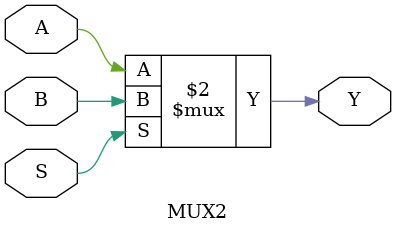
<source format=v>
module MUX2(input wire A,B,S, output wire Y);
assign Y=(S==0)?A:B;
endmodule

</source>
